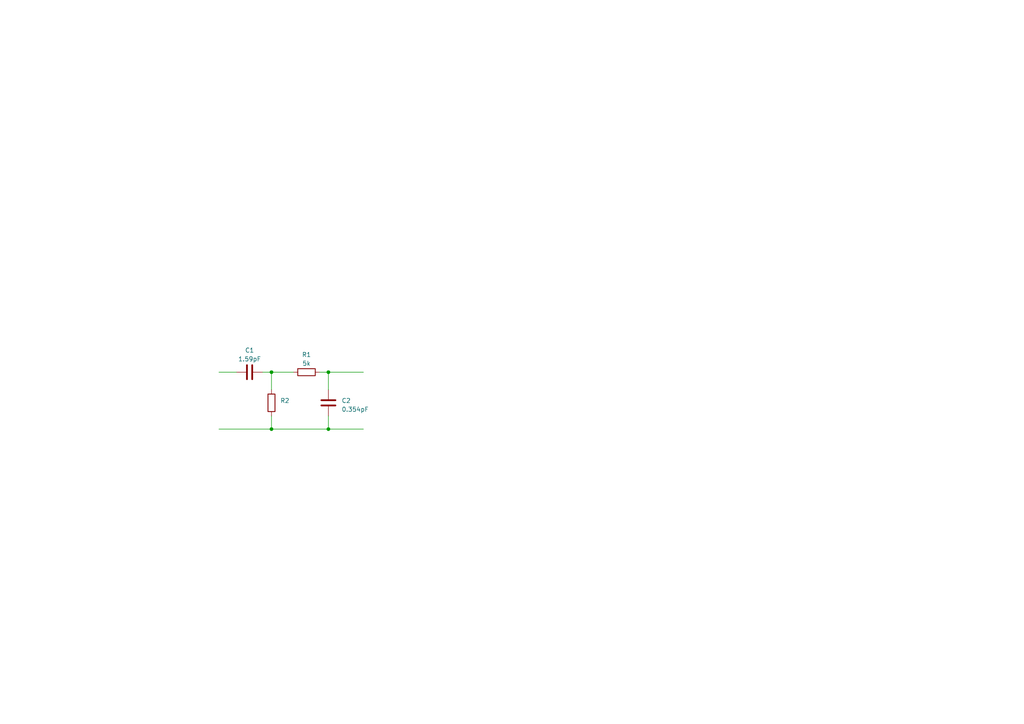
<source format=kicad_sch>
(kicad_sch (version 20230121) (generator eeschema)
  (paper "A4")
  (lib_symbols
    (symbol "Device:C" (pin_numbers hide) (pin_names (offset 0.254))
      (property "Reference" "C" (at 0.635 2.54 0))
      (property "Value" "C" (at 0.635 -2.54 0))
      (symbol "C_0_1"
        (polyline (pts (xy -2.032 -0.762) (xy 2.032 -0.762)) (stroke (width 0.508)))
        (polyline (pts (xy -2.032 0.762) (xy 2.032 0.762)) (stroke (width 0.508)))
      )
      (symbol "C_1_1"
        (pin passive line (at 0 3.81 270) (length 2.794) (name "~") (number "1"))
        (pin passive line (at 0 -3.81 90) (length 2.794) (name "~") (number "2"))
      )
    )
    (symbol "Device:R" (pin_numbers hide) (pin_names (offset 0))
      (property "Reference" "R" (at 2.032 0 90))
      (property "Value" "R" (at 0 0 90))
      (symbol "R_0_1"
        (rectangle (start -1.016 -2.54) (end 1.016 2.54) (stroke (width 0.254)))
      )
      (symbol "R_1_1"
        (pin passive line (at 0 3.81 270) (length 1.27) (name "~") (number "1"))
        (pin passive line (at 0 -3.81 90) (length 1.27) (name "~") (number "2"))
      )
    )
  )
  (junction (at 78.74 107.95))
  (junction (at 95.25 107.95))
  (junction (at 95.25 124.46))
  (junction (at 78.74 124.46))
  (wire (pts (xy 63.5 124.46) (xy 78.74 124.46)))
  (wire (pts (xy 78.74 120.65) (xy 78.74 124.46)))
  (wire (pts (xy 76.2 107.95) (xy 78.74 107.95)))
  (wire (pts (xy 95.25 107.95) (xy 95.25 113.03)))
  (wire (pts (xy 78.74 124.46) (xy 95.25 124.46)))
  (wire (pts (xy 95.25 120.65) (xy 95.25 124.46)))
  (wire (pts (xy 78.74 107.95) (xy 78.74 113.03)))
  (wire (pts (xy 95.25 124.46) (xy 105.41 124.46)))
  (wire (pts (xy 95.25 107.95) (xy 105.41 107.95)))
  (wire (pts (xy 78.74 107.95) (xy 85.09 107.95)))
  (wire (pts (xy 92.71 107.95) (xy 95.25 107.95)))
  (wire (pts (xy 63.5 107.95) (xy 68.58 107.95)))
  (symbol (lib_id "Device:R") (at 78.74 116.84 0) (unit 1)
    (property "Reference" "R2" (at 81.28 116.205 0) (effects (justify left)))
    (property "Value" "5k" (effects hide))
    (property "Footprint" "Resistor_SMD:R_0805_2012Metric_Pad1.20x1.40mm_HandSolder" (effects hide))
  )
  (symbol (lib_id "Device:R") (at 88.9 107.95 90) (unit 1)
    (property "Reference" "R1" (at 88.9 102.87 90))
    (property "Value" "5k" (at 88.9 105.41 90))
    (property "Footprint" "Resistor_SMD:R_0805_2012Metric_Pad1.20x1.40mm_HandSolder" (effects hide))
  )
  (symbol (lib_id "Device:C") (at 72.39 107.95 90) (unit 1)
    (property "Reference" "C1" (at 72.39 101.6 90))
    (property "Value" "1.59pF" (at 72.39 104.14 90))
    (property "Footprint" "Capacitor_SMD:C_0805_2012Metric_Pad1.18x1.45mm_HandSolder" (effects hide))
  )
  (symbol (lib_id "Device:C") (at 95.25 116.84 0) (unit 1)
    (property "Reference" "C2" (at 99.06 116.205 0) (effects (justify left)))
    (property "Value" "0.354pF" (at 99.06 118.745 0) (effects (justify left)))
    (property "Footprint" "Capacitor_SMD:C_0805_2012Metric_Pad1.18x1.45mm_HandSolder" (effects hide))
  )
)
</source>
